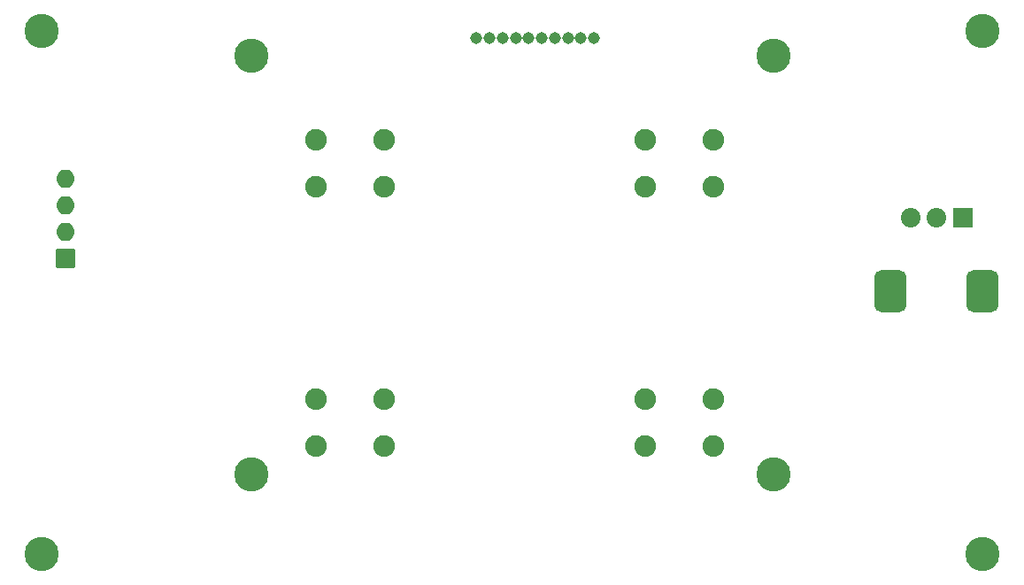
<source format=gbr>
%TF.GenerationSoftware,KiCad,Pcbnew,8.0.6*%
%TF.CreationDate,2025-07-22T18:05:31-04:00*%
%TF.ProjectId,receiver,72656365-6976-4657-922e-6b696361645f,rev?*%
%TF.SameCoordinates,Original*%
%TF.FileFunction,Soldermask,Top*%
%TF.FilePolarity,Negative*%
%FSLAX46Y46*%
G04 Gerber Fmt 4.6, Leading zero omitted, Abs format (unit mm)*
G04 Created by KiCad (PCBNEW 8.0.6) date 2025-07-22 18:05:31*
%MOMM*%
%LPD*%
G01*
G04 APERTURE LIST*
G04 Aperture macros list*
%AMRoundRect*
0 Rectangle with rounded corners*
0 $1 Rounding radius*
0 $2 $3 $4 $5 $6 $7 $8 $9 X,Y pos of 4 corners*
0 Add a 4 corners polygon primitive as box body*
4,1,4,$2,$3,$4,$5,$6,$7,$8,$9,$2,$3,0*
0 Add four circle primitives for the rounded corners*
1,1,$1+$1,$2,$3*
1,1,$1+$1,$4,$5*
1,1,$1+$1,$6,$7*
1,1,$1+$1,$8,$9*
0 Add four rect primitives between the rounded corners*
20,1,$1+$1,$2,$3,$4,$5,0*
20,1,$1+$1,$4,$5,$6,$7,0*
20,1,$1+$1,$6,$7,$8,$9,0*
20,1,$1+$1,$8,$9,$2,$3,0*%
G04 Aperture macros list end*
%ADD10C,2.076000*%
%ADD11C,3.276000*%
%ADD12RoundRect,0.038000X-0.850000X-0.850000X0.850000X-0.850000X0.850000X0.850000X-0.850000X0.850000X0*%
%ADD13O,1.776000X1.776000*%
%ADD14RoundRect,0.038000X-0.900000X0.900000X-0.900000X-0.900000X0.900000X-0.900000X0.900000X0.900000X0*%
%ADD15C,1.876000*%
%ADD16RoundRect,0.769000X-0.769000X1.269000X-0.769000X-1.269000X0.769000X-1.269000X0.769000X1.269000X0*%
%ADD17C,1.142800*%
G04 APERTURE END LIST*
D10*
%TO.C,SW2*%
X167785227Y-136097935D03*
X174285227Y-136097935D03*
X167785227Y-140597935D03*
X174285227Y-140597935D03*
%TD*%
D11*
%TO.C,HOLES2*%
X130093609Y-103260373D03*
X130093609Y-143260373D03*
X180093609Y-103260373D03*
X180093609Y-143260373D03*
%TD*%
D12*
%TO.C,J4*%
X112278989Y-122583887D03*
D13*
X112278989Y-120043887D03*
X112278989Y-117503887D03*
X112278989Y-114963887D03*
%TD*%
D10*
%TO.C,SW4*%
X136278737Y-111286784D03*
X142778737Y-111286784D03*
X136278737Y-115786784D03*
X142778737Y-115786784D03*
%TD*%
D11*
%TO.C,HOLES3*%
X110025189Y-100893649D03*
X110025189Y-150893649D03*
X200025189Y-100893649D03*
X200025189Y-150893649D03*
%TD*%
D10*
%TO.C,SW1*%
X167785227Y-111286784D03*
X174285227Y-111286784D03*
X167785227Y-115786784D03*
X174285227Y-115786784D03*
%TD*%
D14*
%TO.C,RV1*%
X198149327Y-118756900D03*
D15*
X195649327Y-118756900D03*
X193149327Y-118756900D03*
D16*
X200049327Y-125756900D03*
X191249327Y-125756900D03*
%TD*%
D17*
%TO.C,IF2*%
X162881478Y-101502772D03*
X161631478Y-101502772D03*
X160381478Y-101502772D03*
X159131478Y-101502772D03*
X157881478Y-101502772D03*
X156631478Y-101502772D03*
X155381478Y-101502772D03*
X154131478Y-101502772D03*
X152881478Y-101502772D03*
X151631478Y-101502772D03*
%TD*%
D10*
%TO.C,SW3*%
X136278737Y-136097935D03*
X142778737Y-136097935D03*
X136278737Y-140597935D03*
X142778737Y-140597935D03*
%TD*%
M02*

</source>
